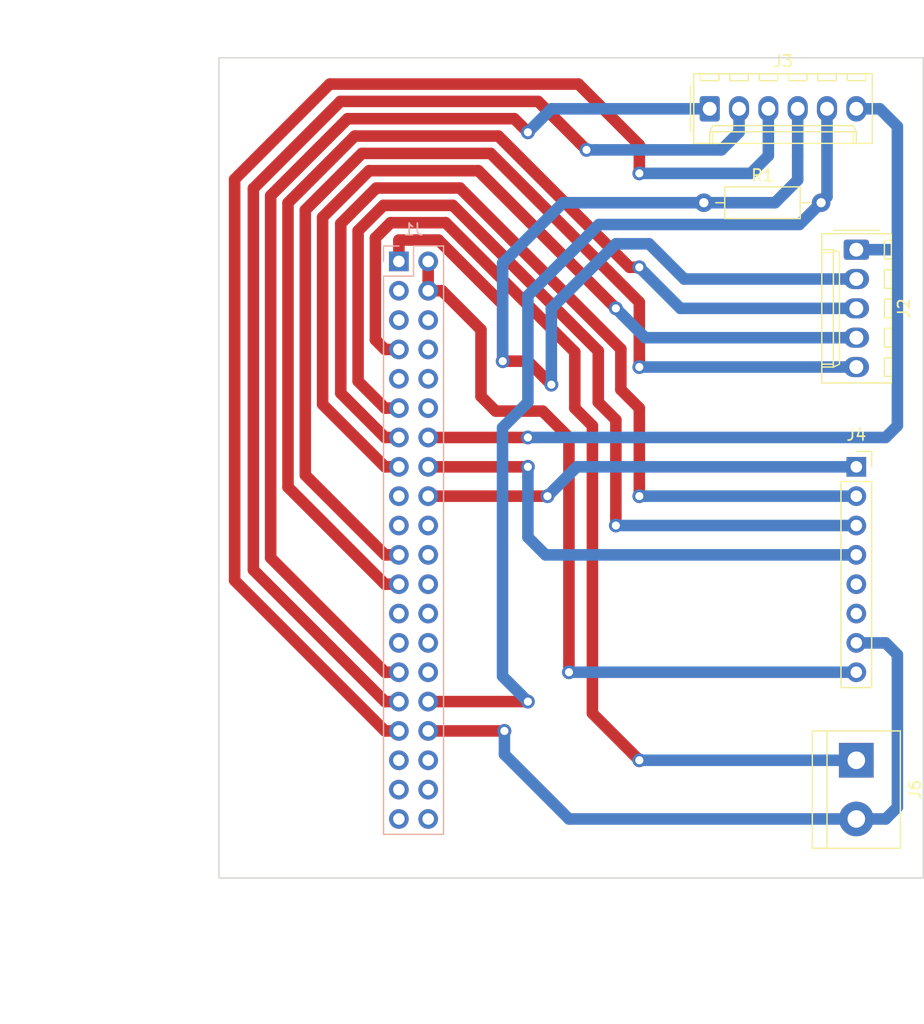
<source format=kicad_pcb>
(kicad_pcb (version 20171130) (host pcbnew "(5.1.4)-1")

  (general
    (thickness 1.6)
    (drawings 12)
    (tracks 183)
    (zones 0)
    (modules 6)
    (nets 16)
  )

  (page A4)
  (layers
    (0 F.Cu signal)
    (31 B.Cu signal)
    (32 B.Adhes user hide)
    (33 F.Adhes user hide)
    (34 B.Paste user hide)
    (35 F.Paste user hide)
    (36 B.SilkS user hide)
    (37 F.SilkS user)
    (38 B.Mask user hide)
    (39 F.Mask user hide)
    (40 Dwgs.User user)
    (41 Cmts.User user)
    (42 Eco1.User user)
    (43 Eco2.User user)
    (44 Edge.Cuts user)
    (45 Margin user hide)
    (46 B.CrtYd user)
    (47 F.CrtYd user hide)
    (48 B.Fab user)
    (49 F.Fab user)
  )

  (setup
    (last_trace_width 1)
    (user_trace_width 1)
    (trace_clearance 0.2)
    (zone_clearance 0.508)
    (zone_45_only no)
    (trace_min 0.2)
    (via_size 0.8)
    (via_drill 0.4)
    (via_min_size 0.4)
    (via_min_drill 0.3)
    (user_via 1.2 0.7)
    (uvia_size 0.3)
    (uvia_drill 0.1)
    (uvias_allowed no)
    (uvia_min_size 0.2)
    (uvia_min_drill 0.1)
    (edge_width 0.05)
    (segment_width 0.2)
    (pcb_text_width 0.3)
    (pcb_text_size 1.5 1.5)
    (mod_edge_width 0.12)
    (mod_text_size 1 1)
    (mod_text_width 0.15)
    (pad_size 1.524 1.524)
    (pad_drill 0.762)
    (pad_to_mask_clearance 0.051)
    (solder_mask_min_width 0.25)
    (aux_axis_origin 0 0)
    (visible_elements 7FFBFFFF)
    (pcbplotparams
      (layerselection 0x010fc_ffffffff)
      (usegerberextensions false)
      (usegerberattributes false)
      (usegerberadvancedattributes false)
      (creategerberjobfile false)
      (excludeedgelayer true)
      (linewidth 0.100000)
      (plotframeref false)
      (viasonmask false)
      (mode 1)
      (useauxorigin false)
      (hpglpennumber 1)
      (hpglpenspeed 20)
      (hpglpendiameter 15.000000)
      (psnegative false)
      (psa4output false)
      (plotreference true)
      (plotvalue true)
      (plotinvisibletext false)
      (padsonsilk false)
      (subtractmaskfromsilk false)
      (outputformat 1)
      (mirror false)
      (drillshape 1)
      (scaleselection 1)
      (outputdirectory ""))
  )

  (net 0 "")
  (net 1 /3v3)
  (net 2 /5v)
  (net 3 GND)
  (net 4 /r_out)
  (net 5 /p_clk)
  (net 6 /p_cs)
  (net 7 /t_cs)
  (net 8 /p_mosi)
  (net 9 /p_miso)
  (net 10 /t_miso)
  (net 11 /t_clk)
  (net 12 /led_1)
  (net 13 /led_2)
  (net 14 /b_out)
  (net 15 /led_3)

  (net_class Default "Esta es la clase de red por defecto."
    (clearance 0.2)
    (trace_width 0.25)
    (via_dia 0.8)
    (via_drill 0.4)
    (uvia_dia 0.3)
    (uvia_drill 0.1)
  )

  (net_class 1m ""
    (clearance 0.5)
    (trace_width 1)
    (via_dia 1.2)
    (via_drill 0.7)
    (uvia_dia 0.3)
    (uvia_drill 0.1)
  )

  (net_class "1m 2" ""
    (clearance 0.5)
    (trace_width 1)
    (via_dia 1)
    (via_drill 0.4)
    (uvia_dia 0.3)
    (uvia_drill 0.1)
    (add_net /3v3)
    (add_net /5v)
    (add_net /b_out)
    (add_net /led_1)
    (add_net /led_2)
    (add_net /led_3)
    (add_net /p_clk)
    (add_net /p_cs)
    (add_net /p_miso)
    (add_net /p_mosi)
    (add_net /r_out)
    (add_net /t_clk)
    (add_net /t_cs)
    (add_net /t_miso)
    (add_net GND)
  )

  (module Connector_PinSocket_2.54mm:PinSocket_2x20_P2.54mm_Vertical (layer B.Cu) (tedit 5A19A433) (tstamp 5DC8E749)
    (at 132.588 69.088 180)
    (descr "Through hole straight socket strip, 2x20, 2.54mm pitch, double cols (from Kicad 4.0.7), script generated")
    (tags "Through hole socket strip THT 2x20 2.54mm double row")
    (path /5DC858BB)
    (fp_text reference J1 (at -1.27 2.77) (layer B.SilkS)
      (effects (font (size 1 1) (thickness 0.15)) (justify mirror))
    )
    (fp_text value "Raspberry Pi" (at -1.27 -51.03) (layer B.Fab)
      (effects (font (size 1 1) (thickness 0.15)) (justify mirror))
    )
    (fp_line (start -3.81 1.27) (end 0.27 1.27) (layer B.Fab) (width 0.1))
    (fp_line (start 0.27 1.27) (end 1.27 0.27) (layer B.Fab) (width 0.1))
    (fp_line (start 1.27 0.27) (end 1.27 -49.53) (layer B.Fab) (width 0.1))
    (fp_line (start 1.27 -49.53) (end -3.81 -49.53) (layer B.Fab) (width 0.1))
    (fp_line (start -3.81 -49.53) (end -3.81 1.27) (layer B.Fab) (width 0.1))
    (fp_line (start -3.87 1.33) (end -1.27 1.33) (layer B.SilkS) (width 0.12))
    (fp_line (start -3.87 1.33) (end -3.87 -49.59) (layer B.SilkS) (width 0.12))
    (fp_line (start -3.87 -49.59) (end 1.33 -49.59) (layer B.SilkS) (width 0.12))
    (fp_line (start 1.33 -1.27) (end 1.33 -49.59) (layer B.SilkS) (width 0.12))
    (fp_line (start -1.27 -1.27) (end 1.33 -1.27) (layer B.SilkS) (width 0.12))
    (fp_line (start -1.27 1.33) (end -1.27 -1.27) (layer B.SilkS) (width 0.12))
    (fp_line (start 1.33 1.33) (end 1.33 0) (layer B.SilkS) (width 0.12))
    (fp_line (start 0 1.33) (end 1.33 1.33) (layer B.SilkS) (width 0.12))
    (fp_line (start -4.34 1.8) (end 1.76 1.8) (layer B.CrtYd) (width 0.05))
    (fp_line (start 1.76 1.8) (end 1.76 -50) (layer B.CrtYd) (width 0.05))
    (fp_line (start 1.76 -50) (end -4.34 -50) (layer B.CrtYd) (width 0.05))
    (fp_line (start -4.34 -50) (end -4.34 1.8) (layer B.CrtYd) (width 0.05))
    (fp_text user %R (at -1.27 -24.13 270) (layer B.Fab)
      (effects (font (size 1 1) (thickness 0.15)) (justify mirror))
    )
    (pad 1 thru_hole rect (at 0 0 180) (size 1.7 1.7) (drill 1) (layers *.Cu *.Mask)
      (net 1 /3v3))
    (pad 2 thru_hole oval (at -2.54 0 180) (size 1.7 1.7) (drill 1) (layers *.Cu *.Mask)
      (net 2 /5v))
    (pad 3 thru_hole oval (at 0 -2.54 180) (size 1.7 1.7) (drill 1) (layers *.Cu *.Mask))
    (pad 4 thru_hole oval (at -2.54 -2.54 180) (size 1.7 1.7) (drill 1) (layers *.Cu *.Mask)
      (net 2 /5v))
    (pad 5 thru_hole oval (at 0 -5.08 180) (size 1.7 1.7) (drill 1) (layers *.Cu *.Mask))
    (pad 6 thru_hole oval (at -2.54 -5.08 180) (size 1.7 1.7) (drill 1) (layers *.Cu *.Mask)
      (net 3 GND))
    (pad 7 thru_hole oval (at 0 -7.62 180) (size 1.7 1.7) (drill 1) (layers *.Cu *.Mask)
      (net 4 /r_out))
    (pad 8 thru_hole oval (at -2.54 -7.62 180) (size 1.7 1.7) (drill 1) (layers *.Cu *.Mask))
    (pad 9 thru_hole oval (at 0 -10.16 180) (size 1.7 1.7) (drill 1) (layers *.Cu *.Mask))
    (pad 10 thru_hole oval (at -2.54 -10.16 180) (size 1.7 1.7) (drill 1) (layers *.Cu *.Mask))
    (pad 11 thru_hole oval (at 0 -12.7 180) (size 1.7 1.7) (drill 1) (layers *.Cu *.Mask)
      (net 5 /p_clk))
    (pad 12 thru_hole oval (at -2.54 -12.7 180) (size 1.7 1.7) (drill 1) (layers *.Cu *.Mask))
    (pad 13 thru_hole oval (at 0 -15.24 180) (size 1.7 1.7) (drill 1) (layers *.Cu *.Mask)
      (net 6 /p_cs))
    (pad 14 thru_hole oval (at -2.54 -15.24 180) (size 1.7 1.7) (drill 1) (layers *.Cu *.Mask)
      (net 3 GND))
    (pad 15 thru_hole oval (at 0 -17.78 180) (size 1.7 1.7) (drill 1) (layers *.Cu *.Mask)
      (net 7 /t_cs))
    (pad 16 thru_hole oval (at -2.54 -17.78 180) (size 1.7 1.7) (drill 1) (layers *.Cu *.Mask)
      (net 8 /p_mosi))
    (pad 17 thru_hole oval (at 0 -20.32 180) (size 1.7 1.7) (drill 1) (layers *.Cu *.Mask))
    (pad 18 thru_hole oval (at -2.54 -20.32 180) (size 1.7 1.7) (drill 1) (layers *.Cu *.Mask)
      (net 9 /p_miso))
    (pad 19 thru_hole oval (at 0 -22.86 180) (size 1.7 1.7) (drill 1) (layers *.Cu *.Mask))
    (pad 20 thru_hole oval (at -2.54 -22.86 180) (size 1.7 1.7) (drill 1) (layers *.Cu *.Mask)
      (net 3 GND))
    (pad 21 thru_hole oval (at 0 -25.4 180) (size 1.7 1.7) (drill 1) (layers *.Cu *.Mask)
      (net 10 /t_miso))
    (pad 22 thru_hole oval (at -2.54 -25.4 180) (size 1.7 1.7) (drill 1) (layers *.Cu *.Mask))
    (pad 23 thru_hole oval (at 0 -27.94 180) (size 1.7 1.7) (drill 1) (layers *.Cu *.Mask)
      (net 11 /t_clk))
    (pad 24 thru_hole oval (at -2.54 -27.94 180) (size 1.7 1.7) (drill 1) (layers *.Cu *.Mask))
    (pad 25 thru_hole oval (at 0 -30.48 180) (size 1.7 1.7) (drill 1) (layers *.Cu *.Mask))
    (pad 26 thru_hole oval (at -2.54 -30.48 180) (size 1.7 1.7) (drill 1) (layers *.Cu *.Mask))
    (pad 27 thru_hole oval (at 0 -33.02 180) (size 1.7 1.7) (drill 1) (layers *.Cu *.Mask))
    (pad 28 thru_hole oval (at -2.54 -33.02 180) (size 1.7 1.7) (drill 1) (layers *.Cu *.Mask))
    (pad 29 thru_hole oval (at 0 -35.56 180) (size 1.7 1.7) (drill 1) (layers *.Cu *.Mask)
      (net 12 /led_1))
    (pad 30 thru_hole oval (at -2.54 -35.56 180) (size 1.7 1.7) (drill 1) (layers *.Cu *.Mask)
      (net 3 GND))
    (pad 31 thru_hole oval (at 0 -38.1 180) (size 1.7 1.7) (drill 1) (layers *.Cu *.Mask)
      (net 13 /led_2))
    (pad 32 thru_hole oval (at -2.54 -38.1 180) (size 1.7 1.7) (drill 1) (layers *.Cu *.Mask)
      (net 14 /b_out))
    (pad 33 thru_hole oval (at 0 -40.64 180) (size 1.7 1.7) (drill 1) (layers *.Cu *.Mask)
      (net 15 /led_3))
    (pad 34 thru_hole oval (at -2.54 -40.64 180) (size 1.7 1.7) (drill 1) (layers *.Cu *.Mask)
      (net 3 GND))
    (pad 35 thru_hole oval (at 0 -43.18 180) (size 1.7 1.7) (drill 1) (layers *.Cu *.Mask))
    (pad 36 thru_hole oval (at -2.54 -43.18 180) (size 1.7 1.7) (drill 1) (layers *.Cu *.Mask))
    (pad 37 thru_hole oval (at 0 -45.72 180) (size 1.7 1.7) (drill 1) (layers *.Cu *.Mask))
    (pad 38 thru_hole oval (at -2.54 -45.72 180) (size 1.7 1.7) (drill 1) (layers *.Cu *.Mask))
    (pad 39 thru_hole oval (at 0 -48.26 180) (size 1.7 1.7) (drill 1) (layers *.Cu *.Mask))
    (pad 40 thru_hole oval (at -2.54 -48.26 180) (size 1.7 1.7) (drill 1) (layers *.Cu *.Mask))
    (model ${KISYS3DMOD}/Connector_PinSocket_2.54mm.3dshapes/PinSocket_2x20_P2.54mm_Vertical.wrl
      (at (xyz 0 0 0))
      (scale (xyz 1 1 1))
      (rotate (xyz 0 0 0))
    )
  )

  (module Connector_Molex:Molex_KK-254_AE-6410-05A_1x05_P2.54mm_Vertical (layer F.Cu) (tedit 5B78013E) (tstamp 5DC8E7F2)
    (at 172.212 68.072 270)
    (descr "Molex KK-254 Interconnect System, old/engineering part number: AE-6410-05A example for new part number: 22-27-2051, 5 Pins (http://www.molex.com/pdm_docs/sd/022272021_sd.pdf), generated with kicad-footprint-generator")
    (tags "connector Molex KK-254 side entry")
    (path /5DC83F29)
    (fp_text reference J2 (at 5.08 -4.12 90) (layer F.SilkS)
      (effects (font (size 1 1) (thickness 0.15)))
    )
    (fp_text value Termocupla (at 5.08 4.08 90) (layer F.Fab)
      (effects (font (size 1 1) (thickness 0.15)))
    )
    (fp_line (start -1.27 -2.92) (end -1.27 2.88) (layer F.Fab) (width 0.1))
    (fp_line (start -1.27 2.88) (end 11.43 2.88) (layer F.Fab) (width 0.1))
    (fp_line (start 11.43 2.88) (end 11.43 -2.92) (layer F.Fab) (width 0.1))
    (fp_line (start 11.43 -2.92) (end -1.27 -2.92) (layer F.Fab) (width 0.1))
    (fp_line (start -1.38 -3.03) (end -1.38 2.99) (layer F.SilkS) (width 0.12))
    (fp_line (start -1.38 2.99) (end 11.54 2.99) (layer F.SilkS) (width 0.12))
    (fp_line (start 11.54 2.99) (end 11.54 -3.03) (layer F.SilkS) (width 0.12))
    (fp_line (start 11.54 -3.03) (end -1.38 -3.03) (layer F.SilkS) (width 0.12))
    (fp_line (start -1.67 -2) (end -1.67 2) (layer F.SilkS) (width 0.12))
    (fp_line (start -1.27 -0.5) (end -0.562893 0) (layer F.Fab) (width 0.1))
    (fp_line (start -0.562893 0) (end -1.27 0.5) (layer F.Fab) (width 0.1))
    (fp_line (start 0 2.99) (end 0 1.99) (layer F.SilkS) (width 0.12))
    (fp_line (start 0 1.99) (end 10.16 1.99) (layer F.SilkS) (width 0.12))
    (fp_line (start 10.16 1.99) (end 10.16 2.99) (layer F.SilkS) (width 0.12))
    (fp_line (start 0 1.99) (end 0.25 1.46) (layer F.SilkS) (width 0.12))
    (fp_line (start 0.25 1.46) (end 9.91 1.46) (layer F.SilkS) (width 0.12))
    (fp_line (start 9.91 1.46) (end 10.16 1.99) (layer F.SilkS) (width 0.12))
    (fp_line (start 0.25 2.99) (end 0.25 1.99) (layer F.SilkS) (width 0.12))
    (fp_line (start 9.91 2.99) (end 9.91 1.99) (layer F.SilkS) (width 0.12))
    (fp_line (start -0.8 -3.03) (end -0.8 -2.43) (layer F.SilkS) (width 0.12))
    (fp_line (start -0.8 -2.43) (end 0.8 -2.43) (layer F.SilkS) (width 0.12))
    (fp_line (start 0.8 -2.43) (end 0.8 -3.03) (layer F.SilkS) (width 0.12))
    (fp_line (start 1.74 -3.03) (end 1.74 -2.43) (layer F.SilkS) (width 0.12))
    (fp_line (start 1.74 -2.43) (end 3.34 -2.43) (layer F.SilkS) (width 0.12))
    (fp_line (start 3.34 -2.43) (end 3.34 -3.03) (layer F.SilkS) (width 0.12))
    (fp_line (start 4.28 -3.03) (end 4.28 -2.43) (layer F.SilkS) (width 0.12))
    (fp_line (start 4.28 -2.43) (end 5.88 -2.43) (layer F.SilkS) (width 0.12))
    (fp_line (start 5.88 -2.43) (end 5.88 -3.03) (layer F.SilkS) (width 0.12))
    (fp_line (start 6.82 -3.03) (end 6.82 -2.43) (layer F.SilkS) (width 0.12))
    (fp_line (start 6.82 -2.43) (end 8.42 -2.43) (layer F.SilkS) (width 0.12))
    (fp_line (start 8.42 -2.43) (end 8.42 -3.03) (layer F.SilkS) (width 0.12))
    (fp_line (start 9.36 -3.03) (end 9.36 -2.43) (layer F.SilkS) (width 0.12))
    (fp_line (start 9.36 -2.43) (end 10.96 -2.43) (layer F.SilkS) (width 0.12))
    (fp_line (start 10.96 -2.43) (end 10.96 -3.03) (layer F.SilkS) (width 0.12))
    (fp_line (start -1.77 -3.42) (end -1.77 3.38) (layer F.CrtYd) (width 0.05))
    (fp_line (start -1.77 3.38) (end 11.93 3.38) (layer F.CrtYd) (width 0.05))
    (fp_line (start 11.93 3.38) (end 11.93 -3.42) (layer F.CrtYd) (width 0.05))
    (fp_line (start 11.93 -3.42) (end -1.77 -3.42) (layer F.CrtYd) (width 0.05))
    (fp_text user %R (at 5.08 -2.22 90) (layer F.Fab)
      (effects (font (size 1 1) (thickness 0.15)))
    )
    (pad 1 thru_hole roundrect (at 0 0 270) (size 1.74 2.2) (drill 1.2) (layers *.Cu *.Mask) (roundrect_rratio 0.143678)
      (net 3 GND))
    (pad 2 thru_hole oval (at 2.54 0 270) (size 1.74 2.2) (drill 1.2) (layers *.Cu *.Mask)
      (net 1 /3v3))
    (pad 3 thru_hole oval (at 5.08 0 270) (size 1.74 2.2) (drill 1.2) (layers *.Cu *.Mask)
      (net 11 /t_clk))
    (pad 4 thru_hole oval (at 7.62 0 270) (size 1.74 2.2) (drill 1.2) (layers *.Cu *.Mask)
      (net 7 /t_cs))
    (pad 5 thru_hole oval (at 10.16 0 270) (size 1.74 2.2) (drill 1.2) (layers *.Cu *.Mask)
      (net 10 /t_miso))
    (model ${KISYS3DMOD}/Connector_Molex.3dshapes/Molex_KK-254_AE-6410-05A_1x05_P2.54mm_Vertical.wrl
      (at (xyz 0 0 0))
      (scale (xyz 1 1 1))
      (rotate (xyz 0 0 0))
    )
  )

  (module Connector_Molex:Molex_KK-254_AE-6410-06A_1x06_P2.54mm_Vertical (layer F.Cu) (tedit 5B78013E) (tstamp 5DC8E6A6)
    (at 159.512 55.88)
    (descr "Molex KK-254 Interconnect System, old/engineering part number: AE-6410-06A example for new part number: 22-27-2061, 6 Pins (http://www.molex.com/pdm_docs/sd/022272021_sd.pdf), generated with kicad-footprint-generator")
    (tags "connector Molex KK-254 side entry")
    (path /5DC88155)
    (fp_text reference J3 (at 6.35 -4.12) (layer F.SilkS)
      (effects (font (size 1 1) (thickness 0.15)))
    )
    (fp_text value Frente (at 6.35 4.08) (layer F.Fab)
      (effects (font (size 1 1) (thickness 0.15)))
    )
    (fp_line (start -1.27 -2.92) (end -1.27 2.88) (layer F.Fab) (width 0.1))
    (fp_line (start -1.27 2.88) (end 13.97 2.88) (layer F.Fab) (width 0.1))
    (fp_line (start 13.97 2.88) (end 13.97 -2.92) (layer F.Fab) (width 0.1))
    (fp_line (start 13.97 -2.92) (end -1.27 -2.92) (layer F.Fab) (width 0.1))
    (fp_line (start -1.38 -3.03) (end -1.38 2.99) (layer F.SilkS) (width 0.12))
    (fp_line (start -1.38 2.99) (end 14.08 2.99) (layer F.SilkS) (width 0.12))
    (fp_line (start 14.08 2.99) (end 14.08 -3.03) (layer F.SilkS) (width 0.12))
    (fp_line (start 14.08 -3.03) (end -1.38 -3.03) (layer F.SilkS) (width 0.12))
    (fp_line (start -1.67 -2) (end -1.67 2) (layer F.SilkS) (width 0.12))
    (fp_line (start -1.27 -0.5) (end -0.562893 0) (layer F.Fab) (width 0.1))
    (fp_line (start -0.562893 0) (end -1.27 0.5) (layer F.Fab) (width 0.1))
    (fp_line (start 0 2.99) (end 0 1.99) (layer F.SilkS) (width 0.12))
    (fp_line (start 0 1.99) (end 12.7 1.99) (layer F.SilkS) (width 0.12))
    (fp_line (start 12.7 1.99) (end 12.7 2.99) (layer F.SilkS) (width 0.12))
    (fp_line (start 0 1.99) (end 0.25 1.46) (layer F.SilkS) (width 0.12))
    (fp_line (start 0.25 1.46) (end 12.45 1.46) (layer F.SilkS) (width 0.12))
    (fp_line (start 12.45 1.46) (end 12.7 1.99) (layer F.SilkS) (width 0.12))
    (fp_line (start 0.25 2.99) (end 0.25 1.99) (layer F.SilkS) (width 0.12))
    (fp_line (start 12.45 2.99) (end 12.45 1.99) (layer F.SilkS) (width 0.12))
    (fp_line (start -0.8 -3.03) (end -0.8 -2.43) (layer F.SilkS) (width 0.12))
    (fp_line (start -0.8 -2.43) (end 0.8 -2.43) (layer F.SilkS) (width 0.12))
    (fp_line (start 0.8 -2.43) (end 0.8 -3.03) (layer F.SilkS) (width 0.12))
    (fp_line (start 1.74 -3.03) (end 1.74 -2.43) (layer F.SilkS) (width 0.12))
    (fp_line (start 1.74 -2.43) (end 3.34 -2.43) (layer F.SilkS) (width 0.12))
    (fp_line (start 3.34 -2.43) (end 3.34 -3.03) (layer F.SilkS) (width 0.12))
    (fp_line (start 4.28 -3.03) (end 4.28 -2.43) (layer F.SilkS) (width 0.12))
    (fp_line (start 4.28 -2.43) (end 5.88 -2.43) (layer F.SilkS) (width 0.12))
    (fp_line (start 5.88 -2.43) (end 5.88 -3.03) (layer F.SilkS) (width 0.12))
    (fp_line (start 6.82 -3.03) (end 6.82 -2.43) (layer F.SilkS) (width 0.12))
    (fp_line (start 6.82 -2.43) (end 8.42 -2.43) (layer F.SilkS) (width 0.12))
    (fp_line (start 8.42 -2.43) (end 8.42 -3.03) (layer F.SilkS) (width 0.12))
    (fp_line (start 9.36 -3.03) (end 9.36 -2.43) (layer F.SilkS) (width 0.12))
    (fp_line (start 9.36 -2.43) (end 10.96 -2.43) (layer F.SilkS) (width 0.12))
    (fp_line (start 10.96 -2.43) (end 10.96 -3.03) (layer F.SilkS) (width 0.12))
    (fp_line (start 11.9 -3.03) (end 11.9 -2.43) (layer F.SilkS) (width 0.12))
    (fp_line (start 11.9 -2.43) (end 13.5 -2.43) (layer F.SilkS) (width 0.12))
    (fp_line (start 13.5 -2.43) (end 13.5 -3.03) (layer F.SilkS) (width 0.12))
    (fp_line (start -1.77 -3.42) (end -1.77 3.38) (layer F.CrtYd) (width 0.05))
    (fp_line (start -1.77 3.38) (end 14.47 3.38) (layer F.CrtYd) (width 0.05))
    (fp_line (start 14.47 3.38) (end 14.47 -3.42) (layer F.CrtYd) (width 0.05))
    (fp_line (start 14.47 -3.42) (end -1.77 -3.42) (layer F.CrtYd) (width 0.05))
    (fp_text user %R (at 6.35 -2.22) (layer F.Fab)
      (effects (font (size 1 1) (thickness 0.15)))
    )
    (pad 1 thru_hole roundrect (at 0 0) (size 1.74 2.2) (drill 1.2) (layers *.Cu *.Mask) (roundrect_rratio 0.143678)
      (net 12 /led_1))
    (pad 2 thru_hole oval (at 2.54 0) (size 1.74 2.2) (drill 1.2) (layers *.Cu *.Mask)
      (net 13 /led_2))
    (pad 3 thru_hole oval (at 5.08 0) (size 1.74 2.2) (drill 1.2) (layers *.Cu *.Mask)
      (net 15 /led_3))
    (pad 4 thru_hole oval (at 7.62 0) (size 1.74 2.2) (drill 1.2) (layers *.Cu *.Mask)
      (net 1 /3v3))
    (pad 5 thru_hole oval (at 10.16 0) (size 1.74 2.2) (drill 1.2) (layers *.Cu *.Mask)
      (net 14 /b_out))
    (pad 6 thru_hole oval (at 12.7 0) (size 1.74 2.2) (drill 1.2) (layers *.Cu *.Mask)
      (net 3 GND))
    (model ${KISYS3DMOD}/Connector_Molex.3dshapes/Molex_KK-254_AE-6410-06A_1x06_P2.54mm_Vertical.wrl
      (at (xyz 0 0 0))
      (scale (xyz 1 1 1))
      (rotate (xyz 0 0 0))
    )
  )

  (module Connector_PinSocket_2.54mm:PinSocket_1x08_P2.54mm_Vertical (layer F.Cu) (tedit 5A19A420) (tstamp 5DC8E63D)
    (at 172.212 86.868)
    (descr "Through hole straight socket strip, 1x08, 2.54mm pitch, single row (from Kicad 4.0.7), script generated")
    (tags "Through hole socket strip THT 1x08 2.54mm single row")
    (path /5DC8365F)
    (fp_text reference J4 (at 0 -2.77) (layer F.SilkS)
      (effects (font (size 1 1) (thickness 0.15)))
    )
    (fp_text value PT100 (at 0 20.55) (layer F.Fab)
      (effects (font (size 1 1) (thickness 0.15)))
    )
    (fp_line (start -1.27 -1.27) (end 0.635 -1.27) (layer F.Fab) (width 0.1))
    (fp_line (start 0.635 -1.27) (end 1.27 -0.635) (layer F.Fab) (width 0.1))
    (fp_line (start 1.27 -0.635) (end 1.27 19.05) (layer F.Fab) (width 0.1))
    (fp_line (start 1.27 19.05) (end -1.27 19.05) (layer F.Fab) (width 0.1))
    (fp_line (start -1.27 19.05) (end -1.27 -1.27) (layer F.Fab) (width 0.1))
    (fp_line (start -1.33 1.27) (end 1.33 1.27) (layer F.SilkS) (width 0.12))
    (fp_line (start -1.33 1.27) (end -1.33 19.11) (layer F.SilkS) (width 0.12))
    (fp_line (start -1.33 19.11) (end 1.33 19.11) (layer F.SilkS) (width 0.12))
    (fp_line (start 1.33 1.27) (end 1.33 19.11) (layer F.SilkS) (width 0.12))
    (fp_line (start 1.33 -1.33) (end 1.33 0) (layer F.SilkS) (width 0.12))
    (fp_line (start 0 -1.33) (end 1.33 -1.33) (layer F.SilkS) (width 0.12))
    (fp_line (start -1.8 -1.8) (end 1.75 -1.8) (layer F.CrtYd) (width 0.05))
    (fp_line (start 1.75 -1.8) (end 1.75 19.55) (layer F.CrtYd) (width 0.05))
    (fp_line (start 1.75 19.55) (end -1.8 19.55) (layer F.CrtYd) (width 0.05))
    (fp_line (start -1.8 19.55) (end -1.8 -1.8) (layer F.CrtYd) (width 0.05))
    (fp_text user %R (at 0 8.89 90) (layer F.Fab)
      (effects (font (size 1 1) (thickness 0.15)))
    )
    (pad 1 thru_hole rect (at 0 0) (size 1.7 1.7) (drill 1) (layers *.Cu *.Mask)
      (net 9 /p_miso))
    (pad 2 thru_hole oval (at 0 2.54) (size 1.7 1.7) (drill 1) (layers *.Cu *.Mask)
      (net 6 /p_cs))
    (pad 3 thru_hole oval (at 0 5.08) (size 1.7 1.7) (drill 1) (layers *.Cu *.Mask)
      (net 5 /p_clk))
    (pad 4 thru_hole oval (at 0 7.62) (size 1.7 1.7) (drill 1) (layers *.Cu *.Mask)
      (net 8 /p_mosi))
    (pad 5 thru_hole oval (at 0 10.16) (size 1.7 1.7) (drill 1) (layers *.Cu *.Mask))
    (pad 6 thru_hole oval (at 0 12.7) (size 1.7 1.7) (drill 1) (layers *.Cu *.Mask))
    (pad 7 thru_hole oval (at 0 15.24) (size 1.7 1.7) (drill 1) (layers *.Cu *.Mask)
      (net 3 GND))
    (pad 8 thru_hole oval (at 0 17.78) (size 1.7 1.7) (drill 1) (layers *.Cu *.Mask)
      (net 2 /5v))
    (model ${KISYS3DMOD}/Connector_PinSocket_2.54mm.3dshapes/PinSocket_1x08_P2.54mm_Vertical.wrl
      (at (xyz 0 0 0))
      (scale (xyz 1 1 1))
      (rotate (xyz 0 0 0))
    )
  )

  (module TerminalBlock:TerminalBlock_bornier-2_P5.08mm (layer F.Cu) (tedit 59FF03AB) (tstamp 5DC8E864)
    (at 172.212 112.268 270)
    (descr "simple 2-pin terminal block, pitch 5.08mm, revamped version of bornier2")
    (tags "terminal block bornier2")
    (path /5DC84EF3)
    (fp_text reference J6 (at 2.54 -5.08 90) (layer F.SilkS)
      (effects (font (size 1 1) (thickness 0.15)))
    )
    (fp_text value Rele (at 2.54 5.08 90) (layer F.Fab)
      (effects (font (size 1 1) (thickness 0.15)))
    )
    (fp_text user %R (at 2.54 0 90) (layer F.Fab)
      (effects (font (size 1 1) (thickness 0.15)))
    )
    (fp_line (start -2.41 2.55) (end 7.49 2.55) (layer F.Fab) (width 0.1))
    (fp_line (start -2.46 -3.75) (end -2.46 3.75) (layer F.Fab) (width 0.1))
    (fp_line (start -2.46 3.75) (end 7.54 3.75) (layer F.Fab) (width 0.1))
    (fp_line (start 7.54 3.75) (end 7.54 -3.75) (layer F.Fab) (width 0.1))
    (fp_line (start 7.54 -3.75) (end -2.46 -3.75) (layer F.Fab) (width 0.1))
    (fp_line (start 7.62 2.54) (end -2.54 2.54) (layer F.SilkS) (width 0.12))
    (fp_line (start 7.62 3.81) (end 7.62 -3.81) (layer F.SilkS) (width 0.12))
    (fp_line (start 7.62 -3.81) (end -2.54 -3.81) (layer F.SilkS) (width 0.12))
    (fp_line (start -2.54 -3.81) (end -2.54 3.81) (layer F.SilkS) (width 0.12))
    (fp_line (start -2.54 3.81) (end 7.62 3.81) (layer F.SilkS) (width 0.12))
    (fp_line (start -2.71 -4) (end 7.79 -4) (layer F.CrtYd) (width 0.05))
    (fp_line (start -2.71 -4) (end -2.71 4) (layer F.CrtYd) (width 0.05))
    (fp_line (start 7.79 4) (end 7.79 -4) (layer F.CrtYd) (width 0.05))
    (fp_line (start 7.79 4) (end -2.71 4) (layer F.CrtYd) (width 0.05))
    (pad 1 thru_hole rect (at 0 0 270) (size 3 3) (drill 1.52) (layers *.Cu *.Mask)
      (net 4 /r_out))
    (pad 2 thru_hole circle (at 5.08 0 270) (size 3 3) (drill 1.52) (layers *.Cu *.Mask)
      (net 3 GND))
    (model ${KISYS3DMOD}/TerminalBlock.3dshapes/TerminalBlock_bornier-2_P5.08mm.wrl
      (offset (xyz 2.539999961853027 0 0))
      (scale (xyz 1 1 1))
      (rotate (xyz 0 0 0))
    )
  )

  (module Resistor_THT:R_Axial_DIN0207_L6.3mm_D2.5mm_P10.16mm_Horizontal (layer F.Cu) (tedit 5AE5139B) (tstamp 5DC8E5F6)
    (at 159.004 64.008)
    (descr "Resistor, Axial_DIN0207 series, Axial, Horizontal, pin pitch=10.16mm, 0.25W = 1/4W, length*diameter=6.3*2.5mm^2, http://cdn-reichelt.de/documents/datenblatt/B400/1_4W%23YAG.pdf")
    (tags "Resistor Axial_DIN0207 series Axial Horizontal pin pitch 10.16mm 0.25W = 1/4W length 6.3mm diameter 2.5mm")
    (path /5DCB653E)
    (fp_text reference R1 (at 5.08 -2.37) (layer F.SilkS)
      (effects (font (size 1 1) (thickness 0.15)))
    )
    (fp_text value R (at 5.08 2.37) (layer F.Fab)
      (effects (font (size 1 1) (thickness 0.15)))
    )
    (fp_line (start 1.93 -1.25) (end 1.93 1.25) (layer F.Fab) (width 0.1))
    (fp_line (start 1.93 1.25) (end 8.23 1.25) (layer F.Fab) (width 0.1))
    (fp_line (start 8.23 1.25) (end 8.23 -1.25) (layer F.Fab) (width 0.1))
    (fp_line (start 8.23 -1.25) (end 1.93 -1.25) (layer F.Fab) (width 0.1))
    (fp_line (start 0 0) (end 1.93 0) (layer F.Fab) (width 0.1))
    (fp_line (start 10.16 0) (end 8.23 0) (layer F.Fab) (width 0.1))
    (fp_line (start 1.81 -1.37) (end 1.81 1.37) (layer F.SilkS) (width 0.12))
    (fp_line (start 1.81 1.37) (end 8.35 1.37) (layer F.SilkS) (width 0.12))
    (fp_line (start 8.35 1.37) (end 8.35 -1.37) (layer F.SilkS) (width 0.12))
    (fp_line (start 8.35 -1.37) (end 1.81 -1.37) (layer F.SilkS) (width 0.12))
    (fp_line (start 1.04 0) (end 1.81 0) (layer F.SilkS) (width 0.12))
    (fp_line (start 9.12 0) (end 8.35 0) (layer F.SilkS) (width 0.12))
    (fp_line (start -1.05 -1.5) (end -1.05 1.5) (layer F.CrtYd) (width 0.05))
    (fp_line (start -1.05 1.5) (end 11.21 1.5) (layer F.CrtYd) (width 0.05))
    (fp_line (start 11.21 1.5) (end 11.21 -1.5) (layer F.CrtYd) (width 0.05))
    (fp_line (start 11.21 -1.5) (end -1.05 -1.5) (layer F.CrtYd) (width 0.05))
    (fp_text user %R (at 5.08 0) (layer F.Fab)
      (effects (font (size 1 1) (thickness 0.15)))
    )
    (pad 1 thru_hole circle (at 0 0) (size 1.6 1.6) (drill 0.8) (layers *.Cu *.Mask)
      (net 1 /3v3))
    (pad 2 thru_hole oval (at 10.16 0) (size 1.6 1.6) (drill 0.8) (layers *.Cu *.Mask)
      (net 14 /b_out))
    (model ${KISYS3DMOD}/Resistor_THT.3dshapes/R_Axial_DIN0207_L6.3mm_D2.5mm_P10.16mm_Horizontal.wrl
      (at (xyz 0 0 0))
      (scale (xyz 1 1 1))
      (rotate (xyz 0 0 0))
    )
  )

  (gr_line (start 140 51.5) (end 140 122.5) (layer Dwgs.User) (width 0.15))
  (dimension 71 (width 0.15) (layer Eco2.User)
    (gr_text "71,000 mm" (at 101.704 86.96 90) (layer Eco2.User)
      (effects (font (size 1 1) (thickness 0.15)))
    )
    (feature1 (pts (xy 117.004 51.46) (xy 102.417579 51.46)))
    (feature2 (pts (xy 117.004 122.46) (xy 102.417579 122.46)))
    (crossbar (pts (xy 103.004 122.46) (xy 103.004 51.46)))
    (arrow1a (pts (xy 103.004 51.46) (xy 103.590421 52.586504)))
    (arrow1b (pts (xy 103.004 51.46) (xy 102.417579 52.586504)))
    (arrow2a (pts (xy 103.004 122.46) (xy 103.590421 121.333496)))
    (arrow2b (pts (xy 103.004 122.46) (xy 102.417579 121.333496)))
  )
  (dimension 38 (width 0.15) (layer Eco2.User) (tstamp 5DC8E4DD)
    (gr_text "38,000 mm" (at 159.004 131.76) (layer Eco2.User) (tstamp 5DC8E4DE)
      (effects (font (size 1 1) (thickness 0.15)))
    )
    (feature1 (pts (xy 178.004 122.46) (xy 178.004 131.046421)))
    (feature2 (pts (xy 140.004 122.46) (xy 140.004 131.046421)))
    (crossbar (pts (xy 140.004 130.46) (xy 178.004 130.46)))
    (arrow1a (pts (xy 178.004 130.46) (xy 176.877496 131.046421)))
    (arrow1b (pts (xy 178.004 130.46) (xy 176.877496 129.873579)))
    (arrow2a (pts (xy 140.004 130.46) (xy 141.130504 131.046421)))
    (arrow2b (pts (xy 140.004 130.46) (xy 141.130504 129.873579)))
  )
  (dimension 15 (width 0.15) (layer Eco2.User) (tstamp 5DC8E4E3)
    (gr_text "15,000 mm" (at 147.504 127.76) (layer Eco2.User) (tstamp 5DC8E4E4)
      (effects (font (size 1 1) (thickness 0.15)))
    )
    (feature1 (pts (xy 155.004 122.46) (xy 155.004 127.046421)))
    (feature2 (pts (xy 140.004 122.46) (xy 140.004 127.046421)))
    (crossbar (pts (xy 140.004 126.46) (xy 155.004 126.46)))
    (arrow1a (pts (xy 155.004 126.46) (xy 153.877496 127.046421)))
    (arrow1b (pts (xy 155.004 126.46) (xy 153.877496 125.873579)))
    (arrow2a (pts (xy 140.004 126.46) (xy 141.130504 127.046421)))
    (arrow2b (pts (xy 140.004 126.46) (xy 141.130504 125.873579)))
  )
  (dimension 38 (width 0.15) (layer Eco2.User) (tstamp 5DC8E4C2)
    (gr_text "38,000 mm" (at 136.004 135.76) (layer Eco2.User) (tstamp 5DC8E4C3)
      (effects (font (size 1 1) (thickness 0.15)))
    )
    (feature1 (pts (xy 155.004 122.46) (xy 155.004 135.046421)))
    (feature2 (pts (xy 117.004 122.46) (xy 117.004 135.046421)))
    (crossbar (pts (xy 117.004 134.46) (xy 155.004 134.46)))
    (arrow1a (pts (xy 155.004 134.46) (xy 153.877496 135.046421)))
    (arrow1b (pts (xy 155.004 134.46) (xy 153.877496 133.873579)))
    (arrow2a (pts (xy 117.004 134.46) (xy 118.130504 135.046421)))
    (arrow2b (pts (xy 117.004 134.46) (xy 118.130504 133.873579)))
  )
  (gr_line (start 155.004 51.46) (end 155.004 122.46) (layer Eco1.User) (width 0.15) (tstamp 5DC8E4D6))
  (dimension 61 (width 0.15) (layer Eco2.User) (tstamp 5DC8E4CE)
    (gr_text "61,000 mm" (at 147.504 47.16) (layer Eco2.User) (tstamp 5DC8E4CF)
      (effects (font (size 1 1) (thickness 0.15)))
    )
    (feature1 (pts (xy 178.004 51.46) (xy 178.004 47.873579)))
    (feature2 (pts (xy 117.004 51.46) (xy 117.004 47.873579)))
    (crossbar (pts (xy 117.004 48.46) (xy 178.004 48.46)))
    (arrow1a (pts (xy 178.004 48.46) (xy 176.877496 49.046421)))
    (arrow1b (pts (xy 178.004 48.46) (xy 176.877496 47.873579)))
    (arrow2a (pts (xy 117.004 48.46) (xy 118.130504 49.046421)))
    (arrow2b (pts (xy 117.004 48.46) (xy 118.130504 47.873579)))
  )
  (gr_line (start 178.004 122.46) (end 117.004 122.46) (layer Edge.Cuts) (width 0.1) (tstamp 5DC8E4D9))
  (gr_line (start 178.004 51.46) (end 178.004 122.46) (layer Edge.Cuts) (width 0.1) (tstamp 5DC8E4BE))
  (gr_line (start 117.004 51.46) (end 178.004 51.46) (layer Edge.Cuts) (width 0.1) (tstamp 5DC8E4C7))
  (gr_line (start 117.004 122.46) (end 117.004 51.46) (layer Edge.Cuts) (width 0.1) (tstamp 5DC8E4CA))
  (dimension 5 (width 0.15) (layer Eco2.User) (tstamp 5DC8E891)
    (gr_text "5,000 mm" (at 105.704 119.96 90) (layer Eco2.User) (tstamp 5DC8E892)
      (effects (font (size 1 1) (thickness 0.15)))
    )
    (feature1 (pts (xy 117.004 117.46) (xy 106.417579 117.46)))
    (feature2 (pts (xy 117.004 122.46) (xy 106.417579 122.46)))
    (crossbar (pts (xy 107.004 122.46) (xy 107.004 117.46)))
    (arrow1a (pts (xy 107.004 117.46) (xy 107.590421 118.586504)))
    (arrow1b (pts (xy 107.004 117.46) (xy 106.417579 118.586504)))
    (arrow2a (pts (xy 107.004 122.46) (xy 107.590421 121.333496)))
    (arrow2b (pts (xy 107.004 122.46) (xy 106.417579 121.333496)))
  )

  (segment (start 136.016001 67.237999) (end 141.579989 72.801987) (width 1) (layer F.Cu) (net 1) (tstamp 5DC8E8C0))
  (segment (start 159.004 64.008) (end 146.812002 64.008) (width 1) (layer B.Cu) (net 1) (tstamp 5DC8E8A8))
  (segment (start 141.579989 69.240013) (end 141.579989 76.875472) (width 1) (layer B.Cu) (net 1) (tstamp 5DC8E899))
  (segment (start 141.579989 76.875472) (end 141.579989 77.724) (width 1) (layer B.Cu) (net 1) (tstamp 5DC8E8BD))
  (segment (start 132.588 69.088) (end 132.588001 67.237999) (width 1) (layer F.Cu) (net 1) (tstamp 5DC8E8B7))
  (segment (start 132.588001 67.237999) (end 136.016001 67.237999) (width 1) (layer F.Cu) (net 1) (tstamp 5DC8E8BA))
  (segment (start 141.579989 72.801987) (end 141.579989 77.724) (width 1) (layer F.Cu) (net 1) (tstamp 5DC8E8AB))
  (segment (start 146.812002 64.008) (end 141.579989 69.240013) (width 1) (layer B.Cu) (net 1) (tstamp 5DC8E8B1))
  (via (at 141.579989 77.724) (size 1.2) (drill 0.7) (layers F.Cu B.Cu) (net 1) (tstamp 5DC8E5C6))
  (via (at 145.796 79.756) (size 1.2) (drill 0.7) (layers F.Cu B.Cu) (net 1) (tstamp 5DC8E587))
  (segment (start 143.764 77.724) (end 145.196001 79.156001) (width 1) (layer F.Cu) (net 1) (tstamp 5DC8E491))
  (segment (start 141.579989 77.724) (end 143.764 77.724) (width 1) (layer F.Cu) (net 1) (tstamp 5DC8E48E))
  (segment (start 145.196001 79.156001) (end 145.796 79.756) (width 1) (layer F.Cu) (net 1) (tstamp 5DC8E494))
  (segment (start 167.132 59.944) (end 167.132 55.88) (width 1) (layer B.Cu) (net 1) (tstamp 5DC8E93E))
  (segment (start 167.132 62.044) (end 167.132 59.944) (width 1) (layer B.Cu) (net 1) (tstamp 5DC8E93B))
  (segment (start 159.004 64.008) (end 165.168 64.008) (width 1) (layer B.Cu) (net 1) (tstamp 5DC8E938))
  (segment (start 165.168 64.008) (end 167.132 62.044) (width 1) (layer B.Cu) (net 1) (tstamp 5DC8E935))
  (segment (start 145.796 78.907472) (end 145.796 79.756) (width 1) (layer B.Cu) (net 1) (tstamp 5DC8E91D))
  (segment (start 145.796 73.152) (end 145.796 78.907472) (width 1) (layer B.Cu) (net 1) (tstamp 5DC8E920))
  (segment (start 151.384 67.564) (end 145.796 73.152) (width 1) (layer B.Cu) (net 1) (tstamp 5DC8E91A))
  (segment (start 154.260022 67.564) (end 151.384 67.564) (width 1) (layer B.Cu) (net 1) (tstamp 5DC8E926))
  (segment (start 172.212 70.612) (end 157.308022 70.612) (width 1) (layer B.Cu) (net 1) (tstamp 5DC8E929))
  (segment (start 157.308022 70.612) (end 154.260022 67.564) (width 1) (layer B.Cu) (net 1) (tstamp 5DC8E923))
  (segment (start 135.128 69.088) (end 135.128 71.628) (width 1) (layer F.Cu) (net 2) (tstamp 5DC8E88D))
  (via (at 147.32 104.648) (size 1.2) (drill 0.7) (layers F.Cu B.Cu) (net 2) (tstamp 5DC8E5C0))
  (segment (start 139.7 80.772) (end 140.971984 82.043984) (width 1) (layer F.Cu) (net 2) (tstamp 5DC8E956))
  (segment (start 147.32 84.328) (end 147.32 103.799472) (width 1) (layer F.Cu) (net 2) (tstamp 5DC8E968))
  (segment (start 172.212 104.648) (end 147.32 104.648) (width 1) (layer B.Cu) (net 2) (tstamp 5DC8E965))
  (segment (start 145.035984 82.043984) (end 147.32 84.328) (width 1) (layer F.Cu) (net 2) (tstamp 5DC8E96E))
  (segment (start 147.32 103.799472) (end 147.32 104.648) (width 1) (layer F.Cu) (net 2) (tstamp 5DC8E959))
  (segment (start 136.330081 71.628) (end 139.7 74.997919) (width 1) (layer F.Cu) (net 2) (tstamp 5DC8E95C))
  (segment (start 140.971984 82.043984) (end 145.035984 82.043984) (width 1) (layer F.Cu) (net 2) (tstamp 5DC8E962))
  (segment (start 139.7 74.997919) (end 139.7 80.772) (width 1) (layer F.Cu) (net 2) (tstamp 5DC8E95F))
  (segment (start 135.128 71.628) (end 136.330081 71.628) (width 1) (layer F.Cu) (net 2) (tstamp 5DC8E96B))
  (via (at 141.732 109.728) (size 1.2) (drill 0.7) (layers F.Cu B.Cu) (net 3) (tstamp 5DC8E584))
  (segment (start 135.128 109.728) (end 141.732 109.728) (width 1) (layer F.Cu) (net 3) (tstamp 5DC8E5BD))
  (via (at 143.764 84.328) (size 1.2) (drill 0.7) (layers F.Cu B.Cu) (net 3) (tstamp 5DC8E5C9))
  (segment (start 135.128 84.328) (end 143.764 84.328) (width 1) (layer F.Cu) (net 3) (tstamp 5DC8E971))
  (segment (start 147.828 81.788) (end 149.352 83.312) (width 1) (layer F.Cu) (net 4) (tstamp 5DC8E4AF))
  (segment (start 149.352 108.204) (end 152.816001 111.668001) (width 1) (layer F.Cu) (net 4) (tstamp 5DC8E4A0))
  (segment (start 147.828 76.928664) (end 147.828 81.788) (width 1) (layer F.Cu) (net 4) (tstamp 5DC8E4B2))
  (segment (start 136.637331 65.737995) (end 147.828 76.928664) (width 1) (layer F.Cu) (net 4) (tstamp 5DC8E4AC))
  (segment (start 130.556003 67.055998) (end 131.874009 65.737995) (width 1) (layer F.Cu) (net 4) (tstamp 5DC8E4A9))
  (segment (start 131.874009 65.737995) (end 136.637331 65.737995) (width 1) (layer F.Cu) (net 4) (tstamp 5DC8E49D))
  (segment (start 130.556003 75.878084) (end 130.556003 67.055998) (width 1) (layer F.Cu) (net 4) (tstamp 5DC8E49A))
  (segment (start 131.385919 76.708) (end 130.556003 75.878084) (width 1) (layer F.Cu) (net 4) (tstamp 5DC8E4B5))
  (segment (start 149.352 83.312) (end 149.352 108.204) (width 1) (layer F.Cu) (net 4) (tstamp 5DC8E4A3))
  (segment (start 132.588 76.708) (end 131.385919 76.708) (width 1) (layer F.Cu) (net 4) (tstamp 5DC8E4A6))
  (via (at 153.416 112.268) (size 1.2) (drill 0.7) (layers F.Cu B.Cu) (net 4) (tstamp 5DC8E578))
  (segment (start 152.816001 111.668001) (end 153.416 112.268) (width 1) (layer F.Cu) (net 4) (tstamp 5DC8E497))
  (via (at 151.384 91.948) (size 1.2) (drill 0.7) (layers F.Cu B.Cu) (net 5) (tstamp 5DC8E57B))
  (segment (start 151.384 91.099472) (end 151.384 91.948) (width 1) (layer F.Cu) (net 5) (tstamp 5DC8E5B7))
  (segment (start 151.384 82.804) (end 151.384 91.099472) (width 1) (layer F.Cu) (net 5) (tstamp 5DC8E5B4))
  (segment (start 149.86 76.83933) (end 149.86 81.28) (width 1) (layer F.Cu) (net 5) (tstamp 5DC8E5BA))
  (segment (start 131.385919 81.788) (end 129.055992 79.458073) (width 1) (layer F.Cu) (net 5) (tstamp 5DC8E5B1))
  (segment (start 132.588 81.788) (end 131.385919 81.788) (width 1) (layer F.Cu) (net 5) (tstamp 5DC8E5AE))
  (segment (start 129.055992 66.434674) (end 131.252685 64.237984) (width 1) (layer F.Cu) (net 5) (tstamp 5DC8E5AB))
  (segment (start 149.86 81.28) (end 151.384 82.804) (width 1) (layer F.Cu) (net 5) (tstamp 5DC8E5A8))
  (segment (start 129.055992 79.458073) (end 129.055992 66.434674) (width 1) (layer F.Cu) (net 5) (tstamp 5DC8E5A5))
  (segment (start 131.252685 64.237984) (end 137.258654 64.237984) (width 1) (layer F.Cu) (net 5) (tstamp 5DC8E5A2))
  (segment (start 137.258654 64.237984) (end 149.86 76.83933) (width 1) (layer F.Cu) (net 5) (tstamp 5DC8E59F))
  (via (at 153.416006 89.408) (size 1.2) (drill 0.7) (layers F.Cu B.Cu) (net 6) (tstamp 5DC8E5D8))
  (segment (start 153.416006 81.788006) (end 153.416006 88.559472) (width 1) (layer F.Cu) (net 6) (tstamp 5DC8E50F))
  (segment (start 151.815999 80.187999) (end 153.416006 81.788006) (width 1) (layer F.Cu) (net 6) (tstamp 5DC8E512))
  (segment (start 153.416006 88.559472) (end 153.416006 89.408) (width 1) (layer F.Cu) (net 6) (tstamp 5DC8E50C))
  (segment (start 151.815999 76.673995) (end 151.815999 80.187999) (width 1) (layer F.Cu) (net 6) (tstamp 5DC8E509))
  (segment (start 131.385919 84.328) (end 127.555981 80.498062) (width 1) (layer F.Cu) (net 6) (tstamp 5DC8E51B))
  (segment (start 132.588 84.328) (end 131.385919 84.328) (width 1) (layer F.Cu) (net 6) (tstamp 5DC8E500))
  (segment (start 127.555981 80.498062) (end 127.555981 65.813337) (width 1) (layer F.Cu) (net 6) (tstamp 5DC8E518))
  (segment (start 127.555981 65.813337) (end 130.631347 62.737973) (width 1) (layer F.Cu) (net 6) (tstamp 5DC8E506))
  (segment (start 130.631347 62.737973) (end 137.879977 62.737973) (width 1) (layer F.Cu) (net 6) (tstamp 5DC8E515))
  (segment (start 137.879977 62.737973) (end 151.815999 76.673995) (width 1) (layer F.Cu) (net 6) (tstamp 5DC8E503))
  (segment (start 132.588 86.868) (end 131.385919 86.868) (width 1) (layer F.Cu) (net 7) (tstamp 5DC8E59C))
  (segment (start 150.783997 72.552005) (end 151.383996 73.152004) (width 1) (layer F.Cu) (net 7) (tstamp 5DC8E599))
  (segment (start 130.010023 61.237962) (end 139.469954 61.237962) (width 1) (layer F.Cu) (net 7) (tstamp 5DC8E596))
  (segment (start 131.385919 86.868) (end 125.984 81.466081) (width 1) (layer F.Cu) (net 7) (tstamp 5DC8E593))
  (segment (start 139.469954 61.237962) (end 150.783997 72.552005) (width 1) (layer F.Cu) (net 7) (tstamp 5DC8E590))
  (segment (start 125.984 65.263983) (end 130.010023 61.237962) (width 1) (layer F.Cu) (net 7) (tstamp 5DC8E58D))
  (segment (start 125.984 81.466081) (end 125.984 65.263983) (width 1) (layer F.Cu) (net 7) (tstamp 5DC8E58A))
  (via (at 151.383996 73.152004) (size 1.2) (drill 0.7) (layers F.Cu B.Cu) (net 7) (tstamp 5DC8E581))
  (segment (start 143.763992 86.868) (end 143.764 86.868008) (width 1) (layer F.Cu) (net 8) (tstamp 5DC8E4B8))
  (segment (start 135.128 86.868) (end 143.763992 86.868) (width 1) (layer F.Cu) (net 8) (tstamp 5DC8E4BB))
  (via (at 143.764 86.868008) (size 1.2) (drill 0.7) (layers F.Cu B.Cu) (net 8) (tstamp 5DC8E5CC))
  (via (at 145.461793 89.408) (size 1.2) (drill 0.7) (layers F.Cu B.Cu) (net 9) (tstamp 5DC8E5CF))
  (segment (start 135.128 89.408) (end 145.461793 89.408) (width 1) (layer F.Cu) (net 9) (tstamp 5DC8E974))
  (segment (start 132.588 94.488) (end 131.385919 94.488) (width 1) (layer F.Cu) (net 10) (tstamp 5DC8E563))
  (via (at 153.416 78.232) (size 1.2) (drill 0.7) (layers F.Cu B.Cu) (net 10) (tstamp 5DC8E5DB))
  (segment (start 153.416 77.383472) (end 153.416 78.232) (width 1) (layer F.Cu) (net 10) (tstamp 5DC8E560))
  (segment (start 129.388699 59.737955) (end 140.533623 59.737955) (width 1) (layer F.Cu) (net 10) (tstamp 5DC8E569))
  (segment (start 153.416 72.620332) (end 153.416 77.383472) (width 1) (layer F.Cu) (net 10) (tstamp 5DC8E575))
  (segment (start 128.586279 60.540371) (end 129.388699 59.737955) (width 1) (layer F.Cu) (net 10) (tstamp 5DC8E56C))
  (segment (start 124.483991 87.586072) (end 124.483991 64.642657) (width 1) (layer F.Cu) (net 10) (tstamp 5DC8E572))
  (segment (start 140.533623 59.737955) (end 153.416 72.620332) (width 1) (layer F.Cu) (net 10) (tstamp 5DC8E55D))
  (segment (start 124.483991 64.642657) (end 128.586279 60.540371) (width 1) (layer F.Cu) (net 10) (tstamp 5DC8E56F))
  (segment (start 131.385919 94.488) (end 124.483991 87.586072) (width 1) (layer F.Cu) (net 10) (tstamp 5DC8E566))
  (via (at 153.416 69.596026) (size 1.2) (drill 0.7) (layers F.Cu B.Cu) (net 11) (tstamp 5DC8E57E))
  (segment (start 152.567472 69.596026) (end 153.416 69.596026) (width 1) (layer F.Cu) (net 11) (tstamp 5DC8E542))
  (segment (start 141.20939 58.237944) (end 152.567472 69.596026) (width 1) (layer F.Cu) (net 11) (tstamp 5DC8E545))
  (segment (start 132.588 97.028) (end 131.385919 97.028) (width 1) (layer F.Cu) (net 11) (tstamp 5DC8E536))
  (segment (start 122.98398 88.626061) (end 122.98398 64.021312) (width 1) (layer F.Cu) (net 11) (tstamp 5DC8E533))
  (segment (start 131.385919 97.028) (end 122.98398 88.626061) (width 1) (layer F.Cu) (net 11) (tstamp 5DC8E53C))
  (segment (start 122.98398 64.021312) (end 128.767377 58.237944) (width 1) (layer F.Cu) (net 11) (tstamp 5DC8E53F))
  (segment (start 128.767377 58.237944) (end 141.20939 58.237944) (width 1) (layer F.Cu) (net 11) (tstamp 5DC8E539))
  (via (at 143.764 57.912) (size 1.2) (drill 0.7) (layers F.Cu B.Cu) (net 12) (tstamp 5DC8E5D2))
  (segment (start 121.48391 63.400046) (end 128.146054 56.737935) (width 1) (layer F.Cu) (net 12) (tstamp 5DC8E4FA))
  (segment (start 121.48391 94.745991) (end 121.48391 63.400046) (width 1) (layer F.Cu) (net 12) (tstamp 5DC8E4FD))
  (segment (start 142.589935 56.737935) (end 143.164001 57.312001) (width 1) (layer F.Cu) (net 12) (tstamp 5DC8E4EE))
  (segment (start 128.146054 56.737935) (end 142.589935 56.737935) (width 1) (layer F.Cu) (net 12) (tstamp 5DC8E4EB))
  (segment (start 143.164001 57.312001) (end 143.764 57.912) (width 1) (layer F.Cu) (net 12) (tstamp 5DC8E4F1))
  (segment (start 131.385919 104.648) (end 121.48391 94.745991) (width 1) (layer F.Cu) (net 12) (tstamp 5DC8E4F4))
  (segment (start 132.588 104.648) (end 131.385919 104.648) (width 1) (layer F.Cu) (net 12) (tstamp 5DC8E4F7))
  (segment (start 135.128 107.188) (end 143.764 107.188) (width 1) (layer F.Cu) (net 14) (tstamp 5DC8E4E8))
  (via (at 143.764 107.188) (size 1.2) (drill 0.7) (layers F.Cu B.Cu) (net 14) (tstamp 5DC8E5DE))
  (segment (start 141.563999 104.987999) (end 143.164001 106.588001) (width 1) (layer B.Cu) (net 14) (tstamp 5DC8E8F3))
  (segment (start 167.276042 65.895958) (end 149.914708 65.895958) (width 1) (layer B.Cu) (net 14) (tstamp 5DC8E908))
  (segment (start 169.164 64.008) (end 167.276042 65.895958) (width 1) (layer B.Cu) (net 14) (tstamp 5DC8E8FF))
  (segment (start 149.914708 65.895958) (end 143.764 72.046666) (width 1) (layer B.Cu) (net 14) (tstamp 5DC8E8FC))
  (segment (start 143.764 72.046666) (end 143.764 81.28) (width 1) (layer B.Cu) (net 14) (tstamp 5DC8E8ED))
  (segment (start 143.164001 106.588001) (end 143.764 107.188) (width 1) (layer B.Cu) (net 14) (tstamp 5DC8E90B))
  (segment (start 143.764 81.28) (end 141.563999 83.480001) (width 1) (layer B.Cu) (net 14) (tstamp 5DC8E902))
  (segment (start 141.563999 83.480001) (end 141.563999 104.987999) (width 1) (layer B.Cu) (net 14) (tstamp 5DC8E905))
  (segment (start 172.004 55.72) (end 172.164 55.88) (width 1) (layer B.Cu) (net 3) (tstamp 5DC8E917))
  (segment (start 141.732 111.76) (end 141.732 109.728) (width 1) (layer B.Cu) (net 3) (tstamp 5DC8E8D2))
  (segment (start 174.752 102.108) (end 175.768 103.124) (width 1) (layer B.Cu) (net 3) (tstamp 5DC8E8D8))
  (segment (start 172.212 102.108) (end 174.752 102.108) (width 1) (layer B.Cu) (net 3) (tstamp 5DC8E8CF))
  (segment (start 175.768 103.124) (end 175.768 116.332) (width 1) (layer B.Cu) (net 3) (tstamp 5DC8E8D5))
  (segment (start 175.768 116.332) (end 174.752 117.348) (width 1) (layer B.Cu) (net 3) (tstamp 5DC8E8E1))
  (segment (start 174.752 117.348) (end 147.32 117.348) (width 1) (layer B.Cu) (net 3) (tstamp 5DC8E8DB))
  (segment (start 147.32 117.348) (end 141.732 111.76) (width 1) (layer B.Cu) (net 3) (tstamp 5DC8E8DE))
  (segment (start 144.612528 84.328) (end 143.764 84.328) (width 1) (layer B.Cu) (net 3) (tstamp 5DC8E482))
  (segment (start 174.752 84.328) (end 144.612528 84.328) (width 1) (layer B.Cu) (net 3) (tstamp 5DC8E48B))
  (segment (start 175.768 68.072) (end 175.768 83.312) (width 1) (layer B.Cu) (net 3) (tstamp 5DC8E488))
  (segment (start 175.768 83.312) (end 174.752 84.328) (width 1) (layer B.Cu) (net 3) (tstamp 5DC8E485))
  (segment (start 172.212 68.072) (end 175.768 68.072) (width 1) (layer B.Cu) (net 3) (tstamp 5DC8E47F))
  (segment (start 174.244 55.88) (end 172.212 55.88) (width 1) (layer B.Cu) (net 3) (tstamp 5DC8E476))
  (segment (start 175.768 68.072) (end 175.768 57.404) (width 1) (layer B.Cu) (net 3) (tstamp 5DC8E47C))
  (segment (start 175.768 57.404) (end 174.244 55.88) (width 1) (layer B.Cu) (net 3) (tstamp 5DC8E479))
  (segment (start 172.212 112.268) (end 153.416 112.268) (width 1) (layer B.Cu) (net 4) (tstamp 5DC8E92F))
  (segment (start 172.212 91.948) (end 151.384 91.948) (width 1) (layer B.Cu) (net 5) (tstamp 5DC8E896))
  (segment (start 153.924 89.408) (end 153.416006 89.408) (width 1) (layer B.Cu) (net 6) (tstamp 5DC8E89C))
  (segment (start 172.212 89.408) (end 153.924 89.408) (width 1) (layer B.Cu) (net 6) (tstamp 5DC8E8AE))
  (segment (start 151.983995 73.752003) (end 151.383996 73.152004) (width 1) (layer B.Cu) (net 7) (tstamp 5DC8E8F6))
  (segment (start 172.212 75.692) (end 153.923992 75.692) (width 1) (layer B.Cu) (net 7) (tstamp 5DC8E8F0))
  (segment (start 153.923992 75.692) (end 151.983995 73.752003) (width 1) (layer B.Cu) (net 7) (tstamp 5DC8E8F9))
  (segment (start 143.764 87.716536) (end 143.764 86.868008) (width 1) (layer B.Cu) (net 8) (tstamp 5DC8E953))
  (segment (start 143.764 92.964) (end 143.764 87.716536) (width 1) (layer B.Cu) (net 8) (tstamp 5DC8E94D))
  (segment (start 172.212 94.488) (end 145.288 94.488) (width 1) (layer B.Cu) (net 8) (tstamp 5DC8E947))
  (segment (start 145.288 94.488) (end 143.764 92.964) (width 1) (layer B.Cu) (net 8) (tstamp 5DC8E94A))
  (segment (start 146.061792 88.808001) (end 145.461793 89.408) (width 1) (layer B.Cu) (net 9) (tstamp 5DC8E8CC))
  (segment (start 172.212 86.868) (end 148.001793 86.868) (width 1) (layer B.Cu) (net 9) (tstamp 5DC8E8C9))
  (segment (start 148.001793 86.868) (end 146.061792 88.808001) (width 1) (layer B.Cu) (net 9) (tstamp 5DC8E8C6))
  (segment (start 172.212 78.232) (end 153.416 78.232) (width 1) (layer B.Cu) (net 10) (tstamp 5DC8E8EA))
  (segment (start 154.015999 70.196025) (end 153.416 69.596026) (width 1) (layer B.Cu) (net 11) (tstamp 5DC8E914))
  (segment (start 172.212 73.152) (end 156.971974 73.152) (width 1) (layer B.Cu) (net 11) (tstamp 5DC8E911))
  (segment (start 156.971974 73.152) (end 154.015999 70.196025) (width 1) (layer B.Cu) (net 11) (tstamp 5DC8E90E))
  (segment (start 145.796 55.88) (end 144.363999 57.312001) (width 1) (layer B.Cu) (net 12) (tstamp 5DC8E8E4))
  (segment (start 144.363999 57.312001) (end 143.764 57.912) (width 1) (layer B.Cu) (net 12) (tstamp 5DC8E8E7))
  (segment (start 159.512 55.88) (end 145.796 55.88) (width 1) (layer B.Cu) (net 12) (tstamp 5DC8E8C3))
  (segment (start 144.645922 55.237924) (end 148.244 58.836002) (width 1) (layer F.Cu) (net 13) (tstamp 5DC8E51E))
  (segment (start 119.983902 95.785983) (end 119.983902 62.778717) (width 1) (layer F.Cu) (net 13) (tstamp 5DC8E521))
  (segment (start 132.588 107.188) (end 131.385919 107.188) (width 1) (layer F.Cu) (net 13) (tstamp 5DC8E524))
  (segment (start 148.244 58.836002) (end 148.843999 59.436001) (width 1) (layer F.Cu) (net 13) (tstamp 5DC8E527))
  (segment (start 119.983902 62.778717) (end 127.524732 55.237924) (width 1) (layer F.Cu) (net 13) (tstamp 5DC8E52A))
  (segment (start 131.385919 107.188) (end 119.983902 95.785983) (width 1) (layer F.Cu) (net 13) (tstamp 5DC8E52D))
  (segment (start 127.524732 55.237924) (end 144.645922 55.237924) (width 1) (layer F.Cu) (net 13) (tstamp 5DC8E530))
  (via (at 148.843999 59.436001) (size 1.2) (drill 0.7) (layers F.Cu B.Cu) (net 13) (tstamp 5DC8E5D5))
  (segment (start 162.052 55.88) (end 162.052 57.912) (width 1) (layer B.Cu) (net 13) (tstamp 5DC8E8B4))
  (segment (start 149.692527 59.436001) (end 148.843999 59.436001) (width 1) (layer B.Cu) (net 13) (tstamp 5DC8E8A5))
  (segment (start 160.528 59.436) (end 149.692527 59.436001) (width 1) (layer B.Cu) (net 13) (tstamp 5DC8E8A2))
  (segment (start 162.052 57.912) (end 160.528 59.436) (width 1) (layer B.Cu) (net 13) (tstamp 5DC8E89F))
  (segment (start 169.672 63.5) (end 169.672 55.88) (width 1) (layer B.Cu) (net 14) (tstamp 5DC8E92C))
  (segment (start 169.164 64.008) (end 169.672 63.5) (width 1) (layer B.Cu) (net 14) (tstamp 5DC8E932))
  (via (at 153.416 61.468028) (size 1.2) (drill 0.7) (layers F.Cu B.Cu) (net 15) (tstamp 5DC8E5C3))
  (segment (start 153.416 59.01175) (end 153.416 61.468028) (width 1) (layer F.Cu) (net 15) (tstamp 5DC8E55A))
  (segment (start 131.385919 109.728) (end 118.364 96.706081) (width 1) (layer F.Cu) (net 15) (tstamp 5DC8E557))
  (segment (start 132.588 109.728) (end 131.385919 109.728) (width 1) (layer F.Cu) (net 15) (tstamp 5DC8E548))
  (segment (start 118.364 96.706081) (end 118.364 61.976) (width 1) (layer F.Cu) (net 15) (tstamp 5DC8E54E))
  (segment (start 118.364 61.976) (end 126.602082 53.737918) (width 1) (layer F.Cu) (net 15) (tstamp 5DC8E551))
  (segment (start 126.602082 53.737918) (end 148.142168 53.737918) (width 1) (layer F.Cu) (net 15) (tstamp 5DC8E54B))
  (segment (start 148.142168 53.737918) (end 153.416 59.01175) (width 1) (layer F.Cu) (net 15) (tstamp 5DC8E554))
  (segment (start 164.592 59.944) (end 164.592 55.88) (width 1) (layer B.Cu) (net 15) (tstamp 5DC8E950))
  (segment (start 153.416 61.468028) (end 163.067972 61.468028) (width 1) (layer B.Cu) (net 15) (tstamp 5DC8E941))
  (segment (start 163.067972 61.468028) (end 164.592 59.944) (width 1) (layer B.Cu) (net 15) (tstamp 5DC8E944))

)

</source>
